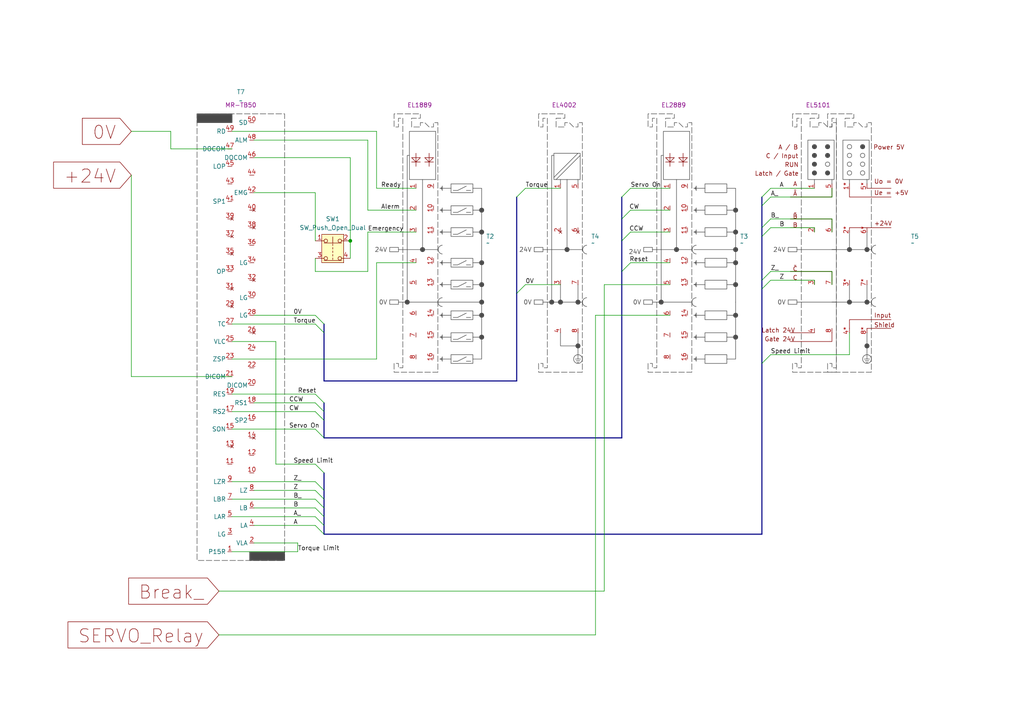
<source format=kicad_sch>
(kicad_sch (version 20231120) (generator "eeschema") (generator_version "8.0")
  (paper "A4")
  (title_block (title "Cabling Direction for EtherCAT terminals and MELSERVO") (date "2024-05-29") (rev "v1.1.1") (company "Hiroaki Kawase") (comment 1 "v0.0._ is updated when I save this PDF.") (comment 2 "v0._.0 is updated when I show this PDF to someone.") (comment 3 "v_.0.0 is updated when I make circuits with this PDF."))
  (lib_symbols
    (symbol "EtherCAT_Terminal:EL1889" (in_bom no) (on_board no)
      (property "Reference" "T" (at 0 0 0))
      (property "Description" "EL1889" (at 0 -78.74 0))
      (symbol "EL1889_1_1"
        (rectangle (start -8.89 -56.515) (end -6.35 -57.785) (stroke (width 0) (color 72 72 72 1)))
        (rectangle (start -8.89 -41.275) (end -6.35 -42.545) (stroke (width 0) (color 72 72 72 1)))
        (circle (center -3.81 -57.15) (radius 0.635) (stroke (width 0) (color 72 72 72 1)) (fill (type outline)))
        (rectangle (start -3.175 -7.62) (end 4.445 -21.59) (stroke (width 0) (color 72 72 72 1)))
        (polyline (pts (xy -2.54 -16.51) (xy 0 -16.51)))
        (polyline (pts (xy 0.635 -21.59) (xy 0.635 -41.91)) (stroke (width 0) (color 72 72 72 1)))
        (polyline (pts (xy 1.27 -16.51) (xy 3.81 -16.51)))
        (polyline (pts (xy 5.08 -57.15) (xy -6.35 -57.15)) (stroke (width 0) (color 72 72 72 1)))
        (polyline (pts (xy 5.08 -41.91) (xy -6.35 -41.91)) (stroke (width 0) (color 72 72 72 1)))
        (polyline (pts (xy 6.35 -73.025) (xy 6.35 -74.295)) (stroke (width 0) (color 72 72 72 1)))
        (polyline (pts (xy 6.35 -66.675) (xy 6.35 -67.945)) (stroke (width 0) (color 72 72 72 1)))
        (polyline (pts (xy 6.35 -60.325) (xy 6.35 -61.595)) (stroke (width 0) (color 72 72 72 1)))
        (polyline (pts (xy 6.35 -51.435) (xy 6.35 -52.705)) (stroke (width 0) (color 72 72 72 1)))
        (polyline (pts (xy 6.35 -45.085) (xy 6.35 -46.355)) (stroke (width 0) (color 72 72 72 1)))
        (polyline (pts (xy 6.35 -36.195) (xy 6.35 -37.465)) (stroke (width 0) (color 72 72 72 1)))
        (polyline (pts (xy 6.35 -29.845) (xy 6.35 -31.115)) (stroke (width 0) (color 72 72 72 1)))
        (polyline (pts (xy 6.35 -23.495) (xy 6.35 -24.765)) (stroke (width 0) (color 72 72 72 1)))
        (polyline (pts (xy 8.89 -73.66) (xy 5.715 -73.66)) (stroke (width 0) (color 72 72 72 1)))
        (polyline (pts (xy 8.89 -67.31) (xy 5.715 -67.31)) (stroke (width 0) (color 72 72 72 1)))
        (polyline (pts (xy 8.89 -60.96) (xy 5.715 -60.96)) (stroke (width 0) (color 72 72 72 1)))
        (polyline (pts (xy 8.89 -52.07) (xy 5.715 -52.07)) (stroke (width 0) (color 72 72 72 1)))
        (polyline (pts (xy 8.89 -45.72) (xy 5.715 -45.72)) (stroke (width 0) (color 72 72 72 1)))
        (polyline (pts (xy 8.89 -36.83) (xy 5.715 -36.83)) (stroke (width 0) (color 72 72 72 1)))
        (polyline (pts (xy 8.89 -30.48) (xy 5.715 -30.48)) (stroke (width 0) (color 72 72 72 1)))
        (polyline (pts (xy 8.89 -24.13) (xy 5.715 -24.13)) (stroke (width 0) (color 72 72 72 1)))
        (polyline (pts (xy 13.335 -74.295) (xy 14.605 -74.295)) (stroke (width 0) (color 72 72 72 1)))
        (polyline (pts (xy 13.335 -67.945) (xy 14.605 -67.945)) (stroke (width 0) (color 72 72 72 1)))
        (polyline (pts (xy 13.335 -61.595) (xy 14.605 -61.595)) (stroke (width 0) (color 72 72 72 1)))
        (polyline (pts (xy 13.335 -52.705) (xy 14.605 -52.705)) (stroke (width 0) (color 72 72 72 1)))
        (polyline (pts (xy 13.335 -46.355) (xy 14.605 -46.355)) (stroke (width 0) (color 72 72 72 1)))
        (polyline (pts (xy 13.335 -37.465) (xy 14.605 -37.465)) (stroke (width 0) (color 72 72 72 1)))
        (polyline (pts (xy 13.335 -31.115) (xy 14.605 -31.115)) (stroke (width 0) (color 72 72 72 1)))
        (polyline (pts (xy 13.335 -24.765) (xy 14.605 -24.765)) (stroke (width 0) (color 72 72 72 1)))
        (polyline (pts (xy 15.24 -67.31) (xy 17.78 -67.31)) (stroke (width 0) (color 72 72 72 1)))
        (polyline (pts (xy 15.24 -60.96) (xy 17.78 -60.96)) (stroke (width 0) (color 72 72 72 1)))
        (polyline (pts (xy 15.24 -52.07) (xy 17.78 -52.07)) (stroke (width 0) (color 72 72 72 1)))
        (polyline (pts (xy 15.24 -45.72) (xy 17.78 -45.72)) (stroke (width 0) (color 72 72 72 1)))
        (polyline (pts (xy 15.24 -36.83) (xy 17.78 -36.83)) (stroke (width 0) (color 72 72 72 1)))
        (polyline (pts (xy 15.24 -30.48) (xy 17.78 -30.48)) (stroke (width 0) (color 72 72 72 1)))
        (polyline (pts (xy -3.81 -57.15) (xy -3.81 -14.605) (xy -3.175 -14.605)) (stroke (width 0) (color 72 72 72 1)))
        (polyline (pts (xy 9.525 -74.295) (xy 10.795 -74.295) (xy 13.335 -73.025)) (stroke (width 0) (color 72 72 72 1)))
        (polyline (pts (xy 9.525 -67.945) (xy 10.795 -67.945) (xy 13.335 -66.675)) (stroke (width 0) (color 72 72 72 1)))
        (polyline (pts (xy 9.525 -61.595) (xy 10.795 -61.595) (xy 13.335 -60.325)) (stroke (width 0) (color 72 72 72 1)))
        (polyline (pts (xy 9.525 -52.705) (xy 10.795 -52.705) (xy 13.335 -51.435)) (stroke (width 0) (color 72 72 72 1)))
        (polyline (pts (xy 9.525 -46.355) (xy 10.795 -46.355) (xy 13.335 -45.085)) (stroke (width 0) (color 72 72 72 1)))
        (polyline (pts (xy 9.525 -37.465) (xy 10.795 -37.465) (xy 13.335 -36.195)) (stroke (width 0) (color 72 72 72 1)))
        (polyline (pts (xy 9.525 -31.115) (xy 10.795 -31.115) (xy 13.335 -29.845)) (stroke (width 0) (color 72 72 72 1)))
        (polyline (pts (xy 9.525 -24.765) (xy 10.795 -24.765) (xy 13.335 -23.495)) (stroke (width 0) (color 72 72 72 1)))
        (polyline (pts (xy 5.08 -57.15) (xy 17.78 -57.15) (xy 17.78 -73.66) (xy 15.24 -73.66)) (stroke (width 0) (color 72 72 72 1)))
        (polyline (pts (xy 15.24 -24.13) (xy 17.78 -24.13) (xy 17.78 -55.88) (xy 17.78 -57.15)) (stroke (width 0) (color 72 72 72 1)))
        (polyline (pts (xy -1.27 -13.97) (xy -1.27 -16.51) (xy -2.54 -15.24) (xy 0 -15.24) (xy -1.27 -16.51) (xy -1.27 -17.78)))
        (polyline (pts (xy 2.54 -13.97) (xy 2.54 -16.51) (xy 1.27 -15.24) (xy 3.81 -15.24) (xy 2.54 -16.51) (xy 2.54 -17.78)))
        (polyline (pts (xy -5.08 -22.86) (xy -5.08 -76.2) (xy -6.35 -76.2) (xy -6.35 -74.93) (xy -7.62 -74.93) (xy -7.62 -77.47) (xy 5.08 -77.47) (xy 5.08 -22.86) (xy 5.08 -5.08) (xy 3.81 -5.08) (xy 3.81 -6.35) (xy 2.54 -6.35) (xy 1.27 -5.08) (xy 0 -5.08) (xy 0 -6.35) (xy -2.54 -6.35) (xy -2.54 -3.81) (xy 0 -3.81) (xy 0 -2.54) (xy -6.35 -2.54) (xy -7.62 -2.54) (xy -7.62 -6.35) (xy -6.35 -6.35) (xy -6.35 -3.81) (xy -5.08 -3.81) (xy -5.08 -22.86)) (stroke (width 0) (type dash) (color 72 72 72 1)))
        (circle (center 0.635 -41.91) (radius 0.635) (stroke (width 0) (color 72 72 72 1)) (fill (type outline)))
        (arc (start 5.715 -73.66) (mid 6.164 -73.474) (end 6.35 -73.025) (stroke (width 0) (color 72 72 72 1)))
        (arc (start 5.715 -67.31) (mid 6.164 -67.124) (end 6.35 -66.675) (stroke (width 0) (color 72 72 72 1)))
        (arc (start 5.715 -60.96) (mid 6.164 -60.774) (end 6.35 -60.325) (stroke (width 0) (color 72 72 72 1)))
        (arc (start 5.715 -52.07) (mid 6.164 -51.884) (end 6.35 -51.435) (stroke (width 0) (color 72 72 72 1)))
        (arc (start 5.715 -45.72) (mid 6.164 -45.534) (end 6.35 -45.085) (stroke (width 0) (color 72 72 72 1)))
        (arc (start 5.715 -36.83) (mid 6.164 -36.644) (end 6.35 -36.195) (stroke (width 0) (color 72 72 72 1)))
        (arc (start 5.715 -30.48) (mid 6.164 -30.294) (end 6.35 -29.845) (stroke (width 0) (color 72 72 72 1)))
        (arc (start 5.715 -24.13) (mid 6.164 -23.944) (end 6.35 -23.495) (stroke (width 0) (color 72 72 72 1)))
        (arc (start 6.35 -74.295) (mid 6.1698 -73.8402) (end 5.715 -73.66) (stroke (width 0) (color 72 72 72 1)))
        (arc (start 6.35 -67.945) (mid 6.1698 -67.4902) (end 5.715 -67.31) (stroke (width 0) (color 72 72 72 1)))
        (arc (start 6.35 -61.595) (mid 6.1698 -61.1402) (end 5.715 -60.96) (stroke (width 0) (color 72 72 72 1)))
        (arc (start 6.35 -55.88) (mid 5.1073 -57.15) (end 6.35 -58.42) (stroke (width 0) (color 72 72 72 1)))
        (arc (start 6.35 -52.705) (mid 6.1698 -52.2502) (end 5.715 -52.07) (stroke (width 0) (color 72 72 72 1)))
        (arc (start 6.35 -46.355) (mid 6.1698 -45.9002) (end 5.715 -45.72) (stroke (width 0) (color 72 72 72 1)))
        (arc (start 6.35 -40.64) (mid 5.1825 -41.91) (end 6.35 -43.18) (stroke (width 0) (color 72 72 72 1)))
        (arc (start 6.35 -37.465) (mid 6.1698 -37.0102) (end 5.715 -36.83) (stroke (width 0) (color 72 72 72 1)))
        (arc (start 6.35 -31.115) (mid 6.1698 -30.6602) (end 5.715 -30.48) (stroke (width 0) (color 72 72 72 1)))
        (arc (start 6.35 -24.765) (mid 6.1698 -24.3102) (end 5.715 -24.13) (stroke (width 0) (color 72 72 72 1)))
        (rectangle (start 8.89 -72.39) (end 15.24 -74.93) (stroke (width 0) (color 72 72 72 1)))
        (rectangle (start 8.89 -66.04) (end 15.24 -68.58) (stroke (width 0) (color 72 72 72 1)))
        (rectangle (start 8.89 -59.69) (end 15.24 -62.23) (stroke (width 0) (color 72 72 72 1)))
        (rectangle (start 8.89 -50.8) (end 15.24 -53.34) (stroke (width 0) (color 72 72 72 1)))
        (rectangle (start 8.89 -44.45) (end 15.24 -46.99) (stroke (width 0) (color 72 72 72 1)))
        (rectangle (start 8.89 -35.56) (end 15.24 -38.1) (stroke (width 0) (color 72 72 72 1)))
        (rectangle (start 8.89 -29.21) (end 15.24 -31.75) (stroke (width 0) (color 72 72 72 1)))
        (rectangle (start 8.89 -22.86) (end 15.24 -25.4) (stroke (width 0) (color 72 72 72 1)))
        (circle (center 17.78 -67.31) (radius 0.635) (stroke (width 0) (color 72 72 72 1)) (fill (type outline)))
        (circle (center 17.78 -60.96) (radius 0.635) (stroke (width 0) (color 72 72 72 1)) (fill (type outline)))
        (circle (center 17.78 -57.15) (radius 0.635) (stroke (width 0) (color 72 72 72 1)) (fill (type outline)))
        (circle (center 17.78 -52.07) (radius 0.635) (stroke (width 0) (color 72 72 72 1)) (fill (type outline)))
        (circle (center 17.78 -45.72) (radius 0.635) (stroke (width 0) (color 72 72 72 1)) (fill (type outline)))
        (circle (center 17.78 -36.83) (radius 0.635) (stroke (width 0) (color 72 72 72 1)) (fill (type outline)))
        (circle (center 17.78 -30.48) (radius 0.635) (stroke (width 0) (color 72 72 72 1)) (fill (type outline)))
        (text "0V" (at -10.795 -57.15 0) (effects (font (size 1.27 1.27))))
        (text "24V" (at -11.43 -41.91 0) (effects (font (size 1.27 1.27))))
        (pin input line (at -1.27 -24.13 90) (length 1.27) (name "") (number "1"))
        (pin input line (at 3.81 -30.48 90) (length 1.27) (name "") (number "10"))
        (pin input line (at 3.81 -36.83 90) (length 1.27) (name "") (number "11"))
        (pin input line (at 3.81 -45.72 90) (length 1.27) (name "") (number "12"))
        (pin input line (at 3.81 -52.07 90) (length 1.27) (name "") (number "13"))
        (pin input line (at 3.81 -60.96 90) (length 1.27) (name "") (number "14"))
        (pin input line (at 3.81 -67.31 90) (length 1.27) (name "") (number "15"))
        (pin input line (at 3.81 -73.66 90) (length 1.27) (name "") (number "16"))
        (pin input line (at -1.27 -30.48 90) (length 1.27) (name "") (number "2"))
        (pin input line (at -1.27 -36.83 90) (length 1.27) (name "") (number "3"))
        (pin input line (at -1.27 -45.72 90) (length 1.27) (name "") (number "4"))
        (pin input line (at -1.27 -52.07 90) (length 1.27) (name "") (number "5"))
        (pin input line (at -1.27 -60.96 90) (length 1.27) (name "") (number "6"))
        (pin input line (at -1.27 -67.31 90) (length 1.27) (name "") (number "7"))
        (pin input line (at -1.27 -73.66 90) (length 1.27) (name "") (number "8"))
        (pin input line (at 3.81 -24.13 90) (length 1.27) (name "") (number "9"))
      )
    )
    (symbol "EtherCAT_Terminal:EL2889"
      (property "Reference" "T" (at 0 0 0))
      (property "Description" "EL2889" (at 0 -79.375 0))
      (symbol "EL2889_1_1"
        (rectangle (start -8.89 -56.515) (end -6.35 -57.785) (stroke (width 0) (color 72 72 72 1)))
        (rectangle (start -8.89 -41.275) (end -6.35 -42.545) (stroke (width 0) (color 72 72 72 1)))
        (circle (center -3.81 -57.15) (radius 0.635) (stroke (width 0) (color 72 72 72 1)) (fill (type outline)))
        (rectangle (start -3.175 -7.62) (end 4.445 -21.59) (stroke (width 0) (color 72 72 72 1)))
        (polyline (pts (xy -2.54 -16.51) (xy 0 -16.51)))
        (polyline (pts (xy 0.635 -21.59) (xy 0.635 -41.91)) (stroke (width 0) (color 72 72 72 1)))
        (polyline (pts (xy 1.27 -16.51) (xy 3.81 -16.51)))
        (polyline (pts (xy 5.08 -57.15) (xy -6.35 -57.15)) (stroke (width 0) (color 72 72 72 1)))
        (polyline (pts (xy 5.08 -41.91) (xy -6.35 -41.91)) (stroke (width 0) (color 72 72 72 1)))
        (polyline (pts (xy 5.715 -41.91) (xy 17.78 -41.91)) (stroke (width 0) (color 72 72 72 1)))
        (polyline (pts (xy 6.35 -73.025) (xy 6.35 -74.295)) (stroke (width 0) (color 72 72 72 1)))
        (polyline (pts (xy 6.35 -66.675) (xy 6.35 -67.945)) (stroke (width 0) (color 72 72 72 1)))
        (polyline (pts (xy 6.35 -60.325) (xy 6.35 -61.595)) (stroke (width 0) (color 72 72 72 1)))
        (polyline (pts (xy 6.35 -51.435) (xy 6.35 -52.705)) (stroke (width 0) (color 72 72 72 1)))
        (polyline (pts (xy 6.35 -45.085) (xy 6.35 -46.355)) (stroke (width 0) (color 72 72 72 1)))
        (polyline (pts (xy 6.35 -36.195) (xy 6.35 -37.465)) (stroke (width 0) (color 72 72 72 1)))
        (polyline (pts (xy 6.35 -29.845) (xy 6.35 -31.115)) (stroke (width 0) (color 72 72 72 1)))
        (polyline (pts (xy 6.35 -23.495) (xy 6.35 -24.765)) (stroke (width 0) (color 72 72 72 1)))
        (polyline (pts (xy 8.89 -73.66) (xy 5.715 -73.66)) (stroke (width 0) (color 72 72 72 1)))
        (polyline (pts (xy 8.89 -67.31) (xy 5.715 -67.31)) (stroke (width 0) (color 72 72 72 1)))
        (polyline (pts (xy 8.89 -60.96) (xy 5.715 -60.96)) (stroke (width 0) (color 72 72 72 1)))
        (polyline (pts (xy 8.89 -52.07) (xy 5.715 -52.07)) (stroke (width 0) (color 72 72 72 1)))
        (polyline (pts (xy 8.89 -45.72) (xy 5.715 -45.72)) (stroke (width 0) (color 72 72 72 1)))
        (polyline (pts (xy 8.89 -36.83) (xy 5.715 -36.83)) (stroke (width 0) (color 72 72 72 1)))
        (polyline (pts (xy 8.89 -30.48) (xy 5.715 -30.48)) (stroke (width 0) (color 72 72 72 1)))
        (polyline (pts (xy 8.89 -24.13) (xy 5.715 -24.13)) (stroke (width 0) (color 72 72 72 1)))
        (polyline (pts (xy 15.24 -67.31) (xy 17.78 -67.31)) (stroke (width 0) (color 72 72 72 1)))
        (polyline (pts (xy 15.24 -60.96) (xy 17.78 -60.96)) (stroke (width 0) (color 72 72 72 1)))
        (polyline (pts (xy 15.24 -52.07) (xy 17.78 -52.07)) (stroke (width 0) (color 72 72 72 1)))
        (polyline (pts (xy 15.24 -45.72) (xy 17.78 -45.72)) (stroke (width 0) (color 72 72 72 1)))
        (polyline (pts (xy 15.24 -36.83) (xy 17.78 -36.83)) (stroke (width 0) (color 72 72 72 1)))
        (polyline (pts (xy 15.24 -30.48) (xy 17.78 -30.48)) (stroke (width 0) (color 72 72 72 1)))
        (polyline (pts (xy -3.81 -57.15) (xy -3.81 -14.605) (xy -3.175 -14.605)) (stroke (width 0) (color 72 72 72 1)))
        (polyline (pts (xy 15.24 -24.13) (xy 17.78 -24.13) (xy 17.78 -55.88) (xy 17.78 -57.15)) (stroke (width 0) (color 72 72 72 1)))
        (polyline (pts (xy 17.78 -57.15) (xy 17.78 -57.15) (xy 17.78 -73.66) (xy 15.24 -73.66)) (stroke (width 0) (color 72 72 72 1)))
        (polyline (pts (xy -1.27 -13.97) (xy -1.27 -16.51) (xy -2.54 -15.24) (xy 0 -15.24) (xy -1.27 -16.51) (xy -1.27 -17.78)))
        (polyline (pts (xy 2.54 -13.97) (xy 2.54 -16.51) (xy 1.27 -15.24) (xy 3.81 -15.24) (xy 2.54 -16.51) (xy 2.54 -17.78)))
        (polyline (pts (xy -5.08 -22.86) (xy -5.08 -76.2) (xy -6.35 -76.2) (xy -6.35 -74.93) (xy -7.62 -74.93) (xy -7.62 -77.47) (xy 5.08 -77.47) (xy 5.08 -22.86) (xy 5.08 -5.08) (xy 3.81 -5.08) (xy 3.81 -6.35) (xy 2.54 -6.35) (xy 1.27 -5.08) (xy 0 -5.08) (xy 0 -6.35) (xy -2.54 -6.35) (xy -2.54 -3.81) (xy 0 -3.81) (xy 0 -2.54) (xy -6.35 -2.54) (xy -7.62 -2.54) (xy -7.62 -6.35) (xy -6.35 -6.35) (xy -6.35 -3.81) (xy -5.08 -3.81) (xy -5.08 -22.86)) (stroke (width 0) (type dash) (color 72 72 72 1)))
        (circle (center 0.635 -41.91) (radius 0.635) (stroke (width 0) (color 72 72 72 1)) (fill (type outline)))
        (arc (start 5.715 -73.66) (mid 6.164 -73.474) (end 6.35 -73.025) (stroke (width 0) (color 72 72 72 1)))
        (arc (start 5.715 -67.31) (mid 6.164 -67.124) (end 6.35 -66.675) (stroke (width 0) (color 72 72 72 1)))
        (arc (start 5.715 -60.96) (mid 6.164 -60.774) (end 6.35 -60.325) (stroke (width 0) (color 72 72 72 1)))
        (arc (start 5.715 -52.07) (mid 6.164 -51.884) (end 6.35 -51.435) (stroke (width 0) (color 72 72 72 1)))
        (arc (start 5.715 -45.72) (mid 6.164 -45.534) (end 6.35 -45.085) (stroke (width 0) (color 72 72 72 1)))
        (arc (start 5.715 -36.83) (mid 6.164 -36.644) (end 6.35 -36.195) (stroke (width 0) (color 72 72 72 1)))
        (arc (start 5.715 -30.48) (mid 6.164 -30.294) (end 6.35 -29.845) (stroke (width 0) (color 72 72 72 1)))
        (arc (start 5.715 -24.13) (mid 6.164 -23.944) (end 6.35 -23.495) (stroke (width 0) (color 72 72 72 1)))
        (arc (start 6.35 -74.295) (mid 6.1698 -73.8402) (end 5.715 -73.66) (stroke (width 0) (color 72 72 72 1)))
        (arc (start 6.35 -67.945) (mid 6.1698 -67.4902) (end 5.715 -67.31) (stroke (width 0) (color 72 72 72 1)))
        (arc (start 6.35 -61.595) (mid 6.1698 -61.1402) (end 5.715 -60.96) (stroke (width 0) (color 72 72 72 1)))
        (arc (start 6.35 -55.88) (mid 5.1073 -57.15) (end 6.35 -58.42) (stroke (width 0) (color 72 72 72 1)))
        (arc (start 6.35 -52.705) (mid 6.1698 -52.2502) (end 5.715 -52.07) (stroke (width 0) (color 72 72 72 1)))
        (arc (start 6.35 -46.355) (mid 6.1698 -45.9002) (end 5.715 -45.72) (stroke (width 0) (color 72 72 72 1)))
        (arc (start 6.35 -40.64) (mid 5.1825 -41.91) (end 6.35 -43.18) (stroke (width 0) (color 72 72 72 1)))
        (arc (start 6.35 -37.465) (mid 6.1698 -37.0102) (end 5.715 -36.83) (stroke (width 0) (color 72 72 72 1)))
        (arc (start 6.35 -31.115) (mid 6.1698 -30.6602) (end 5.715 -30.48) (stroke (width 0) (color 72 72 72 1)))
        (arc (start 6.35 -24.765) (mid 6.1698 -24.3102) (end 5.715 -24.13) (stroke (width 0) (color 72 72 72 1)))
        (rectangle (start 8.89 -72.39) (end 15.24 -74.93) (stroke (width 0) (color 72 72 72 1)))
        (rectangle (start 8.89 -66.04) (end 15.24 -68.58) (stroke (width 0) (color 72 72 72 1)))
        (rectangle (start 8.89 -59.69) (end 15.24 -62.23) (stroke (width 0) (color 72 72 72 1)))
        (rectangle (start 8.89 -50.8) (end 15.24 -53.34) (stroke (width 0) (color 72 72 72 1)))
        (rectangle (start 8.89 -44.45) (end 15.24 -46.99) (stroke (width 0) (color 72 72 72 1)))
        (rectangle (start 8.89 -35.56) (end 15.24 -38.1) (stroke (width 0) (color 72 72 72 1)))
        (rectangle (start 8.89 -29.21) (end 15.24 -31.75) (stroke (width 0) (color 72 72 72 1)))
        (rectangle (start 8.89 -22.86) (end 15.24 -25.4) (stroke (width 0) (color 72 72 72 1)))
        (circle (center 17.78 -67.31) (radius 0.635) (stroke (width 0) (color 72 72 72 1)) (fill (type outline)))
        (circle (center 17.78 -60.96) (radius 0.635) (stroke (width 0) (color 72 72 72 1)) (fill (type outline)))
        (circle (center 17.78 -52.07) (radius 0.635) (stroke (width 0) (color 72 72 72 1)) (fill (type outline)))
        (circle (center 17.78 -45.72) (radius 0.635) (stroke (width 0) (color 72 72 72 1)) (fill (type outline)))
        (circle (center 17.78 -41.91) (radius 0.635) (stroke (width 0) (color 72 72 72 1)) (fill (type outline)))
        (circle (center 17.78 -36.83) (radius 0.635) (stroke (width 0) (color 72 72 72 1)) (fill (type outline)))
        (circle (center 17.78 -30.48) (radius 0.635) (stroke (width 0) (color 72 72 72 1)) (fill (type outline)))
        (text "0V" (at -10.795 -57.15 0) (effects (font (size 1.27 1.27))))
        (text "24V" (at -11.43 -42.545 0) (effects (font (size 1.27 1.27))))
        (pin output line (at -1.27 -24.13 90) (length 1.27) (name "") (number "1"))
        (pin output line (at 3.81 -30.48 90) (length 1.27) (name "") (number "10"))
        (pin output line (at 3.81 -36.83 90) (length 1.27) (name "") (number "11"))
        (pin output line (at 3.81 -45.72 90) (length 1.27) (name "") (number "12"))
        (pin output line (at 3.81 -52.07 90) (length 1.27) (name "") (number "13"))
        (pin output line (at 3.81 -60.96 90) (length 1.27) (name "") (number "14"))
        (pin output line (at 3.81 -67.31 90) (length 1.27) (name "") (number "15"))
        (pin output line (at 3.81 -73.66 90) (length 1.27) (name "") (number "16"))
        (pin output line (at -1.27 -30.48 90) (length 1.27) (name "") (number "2"))
        (pin output line (at -1.27 -36.83 90) (length 1.27) (name "") (number "3"))
        (pin output line (at -1.27 -45.72 90) (length 1.27) (name "") (number "4"))
        (pin output line (at -1.27 -52.07 90) (length 1.27) (name "") (number "5"))
        (pin output line (at -1.27 -60.96 90) (length 1.27) (name "") (number "6"))
        (pin output line (at -1.27 -67.31 90) (length 1.27) (name "") (number "7"))
        (pin output line (at -1.27 -73.66 90) (length 1.27) (name "") (number "8"))
        (pin output line (at 3.81 -24.13 90) (length 1.27) (name "") (number "9"))
      )
    )
    (symbol "EtherCAT_Terminal:EL4002" (on_board no)
      (property "Reference" "T" (at 0 0 0))
      (property "Description" "EL4002" (at 0 -77.47 0))
      (symbol "EL4002_0_1"
        (polyline (pts (xy 3.81 -64.77) (xy 3.81 -64.77)))
      )
      (symbol "EL4002_1_1"
        (rectangle (start -8.89 -55.245) (end -6.35 -56.515) (stroke (width 0) (color 72 72 72 1)))
        (rectangle (start -8.89 -40.005) (end -6.35 -41.275) (stroke (width 0) (color 72 72 72 1)))
        (circle (center -3.81 -55.88) (radius 0.635) (stroke (width 0) (color 72 72 72 1)) (fill (type outline)))
        (rectangle (start -3.175 -12.7) (end 4.445 -20.32) (stroke (width 0) (color 72 72 72 1)))
        (circle (center -1.27 -55.88) (radius 0.635) (stroke (width 0) (color 72 72 72 1)) (fill (type outline)))
        (polyline (pts (xy -3.175 -19.685) (xy 3.81 -12.7)) (stroke (width 0) (color 72 72 72 1)))
        (polyline (pts (xy -2.54 -20.32) (xy 4.445 -13.335)) (stroke (width 0) (color 72 72 72 1)))
        (polyline (pts (xy -1.27 -50.8) (xy -1.27 -55.88)) (stroke (width 0) (color 72 72 72 1)))
        (polyline (pts (xy -1.27 -20.32) (xy -1.27 -21.59)) (stroke (width 0) (color 72 72 72 1)))
        (polyline (pts (xy 0.635 -20.32) (xy 0.635 -40.64)) (stroke (width 0) (color 72 72 72 1)))
        (polyline (pts (xy 3.048 -72.39) (xy 4.572 -72.39)) (stroke (width 0) (color 72 72 72 1)))
        (polyline (pts (xy 3.556 -73.406) (xy 4.064 -73.406)) (stroke (width 0) (color 72 72 72 1)))
        (polyline (pts (xy 3.81 -71.12) (xy 3.81 -72.39)) (stroke (width 0) (color 72 72 72 1)))
        (polyline (pts (xy 3.81 -71.12) (xy 3.81 -64.77)) (stroke (width 0) (color 72 72 72 1)))
        (polyline (pts (xy 3.81 -50.8) (xy 3.81 -55.88)) (stroke (width 0) (color 72 72 72 1)))
        (polyline (pts (xy 3.81 -20.32) (xy 3.81 -21.59)) (stroke (width 0) (color 72 72 72 1)))
        (polyline (pts (xy 3.81 -20.32) (xy 3.81 -20.32)))
        (polyline (pts (xy 4.318 -72.898) (xy 3.302 -72.898)) (stroke (width 0) (color 72 72 72 1)))
        (polyline (pts (xy 5.08 -55.88) (xy -6.35 -55.88)) (stroke (width 0) (color 72 72 72 1)))
        (polyline (pts (xy 5.08 -40.64) (xy -6.35 -40.64)) (stroke (width 0) (color 72 72 72 1)))
        (polyline (pts (xy -3.81 -55.88) (xy -3.81 -13.335) (xy -3.175 -13.335)) (stroke (width 0) (color 72 72 72 1)))
        (polyline (pts (xy -1.27 -64.77) (xy -1.27 -68.58) (xy 3.81 -68.58)) (stroke (width 0) (color 72 72 72 1)))
        (polyline (pts (xy -5.08 -21.59) (xy -5.08 -74.93) (xy -6.35 -74.93) (xy -6.35 -73.66) (xy -7.62 -73.66) (xy -7.62 -76.2) (xy 5.08 -76.2) (xy 5.08 -21.59) (xy 5.08 -3.81) (xy 3.81 -3.81) (xy 3.81 -5.08) (xy 2.54 -5.08) (xy 1.27 -3.81) (xy 0 -3.81) (xy 0 -5.08) (xy -2.54 -5.08) (xy -2.54 -2.54) (xy 0 -2.54) (xy 0 -1.27) (xy -6.35 -1.27) (xy -7.62 -1.27) (xy -7.62 -5.08) (xy -6.35 -5.08) (xy -6.35 -2.54) (xy -5.08 -2.54) (xy -5.08 -21.59)) (stroke (width 0) (type dash) (color 72 72 72 1)))
        (circle (center 0.635 -40.64) (radius 0.635) (stroke (width 0) (color 72 72 72 1)) (fill (type outline)))
        (circle (center 3.81 -72.39) (radius 1.27) (stroke (width 0) (color 72 72 72 1)))
        (circle (center 3.81 -68.58) (radius 0.635) (stroke (width 0) (color 72 72 72 1)) (fill (type outline)))
        (circle (center 3.81 -55.88) (radius 0.635) (stroke (width 0) (color 72 72 72 1)) (fill (type outline)))
        (arc (start 6.35 -54.61) (mid 5.1073 -55.88) (end 6.35 -57.15) (stroke (width 0) (color 72 72 72 1)))
        (arc (start 6.35 -39.37) (mid 5.1825 -40.64) (end 6.35 -41.91) (stroke (width 0) (color 72 72 72 1)))
        (text "0V" (at -10.795 -55.88 0) (effects (font (size 1.27 1.27))))
        (text "24V" (at -11.43 -40.64 0) (effects (font (size 1.27 1.27))))
        (pin output line (at -1.27 -22.86 90) (length 1.27) (name "") (number "1"))
        (pin no_connect line (at -1.27 -35.56 90) (length 1.27) (name "") (number "2"))
        (pin passive line (at -1.27 -50.8 90) (length 1.27) (name "") (number "3"))
        (pin passive line (at -1.27 -64.77 90) (length 1.27) (name "") (number "4"))
        (pin output line (at 3.81 -22.86 90) (length 1.27) (name "") (number "5"))
        (pin no_connect line (at 3.81 -35.56 90) (length 1.27) (name "") (number "6"))
        (pin passive line (at 3.81 -50.8 90) (length 1.27) (name "") (number "7"))
        (pin passive line (at 3.81 -64.77 90) (length 1.27) (name "") (number "8"))
      )
    )
    (symbol "EtherCAT_Terminal:EL5101" (on_board no)
      (property "Reference" "T" (at 0 0 0))
      (property "Description" "EL5101" (at 0 -78.74 0))
      (symbol "EL5101_0_1"
        (polyline (pts (xy 3.81 -66.04) (xy 3.81 -66.04)))
        (polyline (pts (xy 13.97 -66.04) (xy 13.97 -66.04)))
      )
      (symbol "EL5101_1_1"
        (rectangle (start -8.89 -56.515) (end -6.35 -57.785) (stroke (width 0) (color 72 72 72 1)))
        (rectangle (start -8.89 -41.275) (end -6.35 -42.545) (stroke (width 0) (color 72 72 72 1)))
        (rectangle (start -3.175 -10.16) (end 4.445 -21.59) (stroke (width 0) (color 72 72 72 1)))
        (circle (center -1.27 -19.685) (radius 0.635) (stroke (width 0) (color 72 72 72 1)) (fill (type outline)))
        (circle (center -1.27 -17.145) (radius 0.635) (stroke (width 0) (color 72 72 72 1)) (fill (type outline)))
        (circle (center -1.27 -14.605) (radius 0.635) (stroke (width 0) (color 72 72 72 1)) (fill (type outline)))
        (circle (center -1.27 -12.065) (radius 0.635) (stroke (width 0) (color 72 72 72 1)) (fill (type outline)))
        (polyline (pts (xy -7.112 -46.482) (xy -6.604 -46.482)))
        (polyline (pts (xy -7.112 -31.242) (xy -6.604 -31.242)))
        (polyline (pts (xy -7.112 -24.638) (xy -6.604 -24.638)))
        (polyline (pts (xy -1.27 -66.04) (xy -8.255 -66.04)))
        (polyline (pts (xy -1.27 -50.8) (xy -8.255 -50.8)))
        (polyline (pts (xy -1.27 -35.56) (xy -8.255 -35.56)))
        (polyline (pts (xy -1.27 -24.13) (xy -8.255 -24.13)))
        (polyline (pts (xy -1.27 -21.59) (xy -1.27 -22.86)) (stroke (width 0) (color 72 72 72 1)))
        (polyline (pts (xy 3.81 -21.59) (xy 3.81 -22.86)) (stroke (width 0) (color 72 72 72 1)))
        (polyline (pts (xy 3.81 -21.59) (xy 3.81 -21.59)))
        (polyline (pts (xy 5.08 -57.15) (xy -6.35 -57.15)) (stroke (width 0) (color 72 72 72 1)))
        (polyline (pts (xy 5.08 -41.91) (xy -6.35 -41.91)) (stroke (width 0) (color 72 72 72 1)))
        (polyline (pts (xy 8.89 -52.07) (xy 8.89 -57.15)) (stroke (width 0) (color 72 72 72 1)))
        (polyline (pts (xy 8.89 -36.83) (xy 8.89 -41.91)) (stroke (width 0) (color 72 72 72 1)))
        (polyline (pts (xy 8.89 -35.56) (xy 20.955 -35.56)))
        (polyline (pts (xy 8.89 -21.59) (xy 8.89 -22.86)) (stroke (width 0) (color 72 72 72 1)))
        (polyline (pts (xy 13.208 -73.66) (xy 14.732 -73.66)) (stroke (width 0) (color 72 72 72 1)))
        (polyline (pts (xy 13.716 -74.676) (xy 14.224 -74.676)) (stroke (width 0) (color 72 72 72 1)))
        (polyline (pts (xy 13.97 -72.39) (xy 13.97 -73.66)) (stroke (width 0) (color 72 72 72 1)))
        (polyline (pts (xy 13.97 -72.39) (xy 13.97 -66.04)) (stroke (width 0) (color 72 72 72 1)))
        (polyline (pts (xy 13.97 -64.77) (xy 20.955 -64.77)))
        (polyline (pts (xy 13.97 -52.07) (xy 13.97 -57.15)) (stroke (width 0) (color 72 72 72 1)))
        (polyline (pts (xy 13.97 -36.83) (xy 13.97 -41.91)) (stroke (width 0) (color 72 72 72 1)))
        (polyline (pts (xy 13.97 -24.13) (xy 20.955 -24.13)))
        (polyline (pts (xy 13.97 -21.59) (xy 13.97 -22.86)) (stroke (width 0) (color 72 72 72 1)))
        (polyline (pts (xy 13.97 -21.59) (xy 13.97 -21.59)))
        (polyline (pts (xy 14.478 -74.168) (xy 13.462 -74.168)) (stroke (width 0) (color 72 72 72 1)))
        (polyline (pts (xy 15.24 -57.15) (xy 3.81 -57.15)) (stroke (width 0) (color 72 72 72 1)))
        (polyline (pts (xy 15.24 -41.91) (xy 3.81 -41.91)) (stroke (width 0) (color 72 72 72 1)))
        (polyline (pts (xy 3.81 -66.04) (xy 3.81 -68.58) (xy -8.255 -68.58)))
        (polyline (pts (xy 3.81 -50.8) (xy 3.81 -48.26) (xy -8.255 -48.26)))
        (polyline (pts (xy 3.81 -35.56) (xy 3.81 -33.02) (xy -8.255 -33.02)))
        (polyline (pts (xy 3.81 -24.13) (xy 3.81 -26.67) (xy -8.255 -26.67)))
        (polyline (pts (xy 8.89 -64.77) (xy 8.89 -62.23) (xy 20.955 -62.23)))
        (polyline (pts (xy 8.89 -24.13) (xy 8.89 -26.67) (xy 20.955 -26.67)))
        (polyline (pts (xy -5.08 -22.86) (xy -5.08 -76.2) (xy -6.35 -76.2) (xy -6.35 -74.93) (xy -7.62 -74.93) (xy -7.62 -77.47) (xy 5.08 -77.47) (xy 5.08 -22.86) (xy 5.08 -5.08) (xy 3.81 -5.08) (xy 3.81 -6.35) (xy 2.54 -6.35) (xy 1.27 -5.08) (xy 0 -5.08) (xy 0 -6.35) (xy -2.54 -6.35) (xy -2.54 -3.81) (xy 0 -3.81) (xy 0 -2.54) (xy -6.35 -2.54) (xy -7.62 -2.54) (xy -7.62 -6.35) (xy -6.35 -6.35) (xy -6.35 -3.81) (xy -5.08 -3.81) (xy -5.08 -22.86)) (stroke (width 0) (type dash) (color 72 72 72 1)))
        (polyline (pts (xy 5.08 -22.86) (xy 5.08 -76.2) (xy 3.81 -76.2) (xy 3.81 -74.93) (xy 2.54 -74.93) (xy 2.54 -77.47) (xy 15.24 -77.47) (xy 15.24 -22.86) (xy 15.24 -5.08) (xy 13.97 -5.08) (xy 13.97 -6.35) (xy 12.7 -6.35) (xy 11.43 -5.08) (xy 10.16 -5.08) (xy 10.16 -6.35) (xy 7.62 -6.35) (xy 7.62 -3.81) (xy 10.16 -3.81) (xy 10.16 -2.54) (xy 3.81 -2.54) (xy 2.54 -2.54) (xy 2.54 -6.35) (xy 3.81 -6.35) (xy 3.81 -3.81) (xy 5.08 -3.81) (xy 5.08 -22.86)) (stroke (width 0) (type dash) (color 72 72 72 1)))
        (circle (center 2.54 -19.685) (radius 0.635) (stroke (width 0) (color 72 72 72 1)) (fill (type outline)))
        (circle (center 2.54 -17.145) (radius 0.635) (stroke (width 0) (color 72 72 72 1)))
        (circle (center 2.54 -14.605) (radius 0.635) (stroke (width 0) (color 72 72 72 1)) (fill (type outline)))
        (circle (center 2.54 -12.065) (radius 0.635) (stroke (width 0) (color 72 72 72 1)) (fill (type outline)))
        (rectangle (start 6.985 -10.16) (end 14.605 -21.59) (stroke (width 0) (color 72 72 72 1)))
        (circle (center 8.89 -57.15) (radius 0.635) (stroke (width 0) (color 72 72 72 1)) (fill (type outline)))
        (circle (center 8.89 -41.91) (radius 0.635) (stroke (width 0) (color 72 72 72 1)) (fill (type outline)))
        (circle (center 8.89 -19.685) (radius 0.635) (stroke (width 0) (color 72 72 72 1)))
        (circle (center 8.89 -17.145) (radius 0.635) (stroke (width 0) (color 72 72 72 1)))
        (circle (center 8.89 -14.605) (radius 0.635) (stroke (width 0) (color 72 72 72 1)))
        (circle (center 8.89 -12.065) (radius 0.635) (stroke (width 0) (color 72 72 72 1)))
        (circle (center 12.7 -19.685) (radius 0.635) (stroke (width 0) (color 72 72 72 1)))
        (circle (center 12.7 -17.145) (radius 0.635) (stroke (width 0) (color 72 72 72 1)))
        (circle (center 12.7 -14.605) (radius 0.635) (stroke (width 0) (color 72 72 72 1)))
        (circle (center 12.7 -12.065) (radius 0.635) (stroke (width 0) (color 72 72 72 1)) (fill (type outline)))
        (circle (center 13.97 -73.66) (radius 1.27) (stroke (width 0) (color 72 72 72 1)))
        (circle (center 13.97 -69.85) (radius 0.635) (stroke (width 0) (color 72 72 72 1)) (fill (type outline)))
        (circle (center 13.97 -57.15) (radius 0.635) (stroke (width 0) (color 72 72 72 1)) (fill (type outline)))
        (circle (center 13.97 -41.91) (radius 0.635) (stroke (width 0) (color 72 72 72 1)) (fill (type outline)))
        (arc (start 16.51 -55.88) (mid 15.2677 -57.15) (end 16.51 -58.42) (stroke (width 0) (color 72 72 72 1)))
        (arc (start 16.51 -40.64) (mid 15.3425 -41.91) (end 16.51 -43.18) (stroke (width 0) (color 72 72 72 1)))
        (text "+24V" (at 16.002 -35.052 0) (effects (font (size 1.27 1.27)) (justify left bottom)))
        (text "0V" (at -10.795 -57.15 0) (effects (font (size 1.27 1.27))))
        (text "24V" (at -11.43 -41.91 0) (effects (font (size 1.27 1.27))))
        (text "A" (at -6.858 -25.654 0) (effects (font (size 1.27 1.27))))
        (text "A" (at -6.858 -22.86 0) (effects (font (size 1.27 1.27))))
        (text "A / B" (at -8.89 -12.192 0) (effects (font (size 1.27 1.27))))
        (text "B" (at -6.858 -34.798 0) (effects (font (size 1.27 1.27))))
        (text "B" (at -6.858 -32.258 0) (effects (font (size 1.27 1.27))))
        (text "C" (at -6.858 -50.038 0) (effects (font (size 1.27 1.27))))
        (text "C" (at -6.858 -47.498 0) (effects (font (size 1.27 1.27))))
        (text "C / Input" (at -10.668 -14.732 0) (effects (font (size 1.27 1.27))))
        (text "Gate 24V" (at -6.858 -68.58 0) (effects (font (size 1.27 1.27)) (justify right bottom)))
        (text "Input" (at 16.002 -61.722 0) (effects (font (size 1.27 1.27)) (justify left bottom)))
        (text "Latch / Gate" (at -12.192 -19.812 0) (effects (font (size 1.27 1.27))))
        (text "Latch 24V" (at -6.858 -66.04 0) (effects (font (size 1.27 1.27)) (justify right bottom)))
        (text "Power 5V" (at 20.32 -12.192 0) (effects (font (size 1.27 1.27))))
        (text "RUN" (at -7.874 -17.272 0) (effects (font (size 1.27 1.27))))
        (text "Shield" (at 16.002 -64.516 0) (effects (font (size 1.27 1.27)) (justify left bottom)))
        (text "Ue = +5V" (at 16.002 -26.162 0) (effects (font (size 1.27 1.27)) (justify left bottom)))
        (text "Uo = 0V" (at 16.002 -22.86 0) (effects (font (size 1.27 1.27)) (justify left bottom)))
        (pin passive line (at -1.27 -24.13 90) (length 1.27) (name "") (number "1"))
        (pin power_out line (at 8.89 -24.13 90) (length 1.27) (name "") (number "1*"))
        (pin passive line (at -1.27 -36.83 90) (length 1.27) (name "") (number "2"))
        (pin power_out line (at 8.89 -36.83 90) (length 1.27) (name "") (number "2*"))
        (pin passive line (at -1.27 -52.07 90) (length 1.27) (name "") (number "3"))
        (pin passive line (at 8.89 -52.07 90) (length 1.27) (name "") (number "3*"))
        (pin input line (at -1.27 -66.04 90) (length 1.27) (name "") (number "4"))
        (pin input line (at 8.89 -66.04 90) (length 1.27) (name "") (number "4*"))
        (pin passive line (at 3.81 -24.13 90) (length 1.27) (name "") (number "5"))
        (pin passive line (at 13.97 -24.13 90) (length 1.27) (name "") (number "5*"))
        (pin passive line (at 3.81 -36.83 90) (length 1.27) (name "") (number "6"))
        (pin power_out line (at 13.97 -36.83 90) (length 1.27) (name "") (number "6*"))
        (pin passive line (at 3.81 -52.07 90) (length 1.27) (name "") (number "7"))
        (pin passive line (at 13.97 -52.07 90) (length 1.27) (name "") (number "7*"))
        (pin input line (at 3.81 -66.04 90) (length 1.27) (name "") (number "8"))
        (pin passive line (at 13.97 -66.04 90) (length 1.27) (name "") (number "8*"))
      )
    )
    (symbol "MELSERVO:MR-TB50"
      (property "Reference" "T" (at 0 0 0))
      (property "Description" "MR-TB50" (at 24.13 -128.27 0))
      (symbol "MR-TB50_1_1"
        (rectangle (start -12.7 0) (end -2.54 -2.54) (stroke (width 0) (color 72 72 72 1)) (fill (type color) (color 72 72 72 1)))
        (rectangle (start -12.7 0) (end 12.7 -129.54) (stroke (width 0) (type dash) (color 72 72 72 1)))
        (rectangle (start 2.54 -127) (end 12.7 -129.54) (stroke (width 0) (color 72 72 72 1)) (fill (type outline)))
        (pin power_out line (at -2.54 -127 180) (length 1.27) (name "P15R") (number "1"))
        (pin unspecified line (at 3.81 -104.14 180) (length 1.27) (name "") (number "10"))
        (pin unspecified line (at -2.54 -101.6 180) (length 1.27) (name "") (number "11"))
        (pin unspecified line (at 3.81 -99.06 180) (length 1.27) (name "") (number "12"))
        (pin no_connect line (at -2.54 -96.52 180) (length 1.27) (name "") (number "13"))
        (pin no_connect line (at 3.81 -93.98 180) (length 1.27) (name "") (number "14"))
        (pin input line (at -2.54 -91.44 180) (length 1.27) (name "SON") (number "15"))
        (pin input line (at 3.81 -88.9 180) (length 1.27) (name "SP2") (number "16"))
        (pin input line (at -2.54 -86.36 180) (length 1.27) (name "RS2") (number "17"))
        (pin input line (at 3.81 -83.82 180) (length 1.27) (name "RS1") (number "18"))
        (pin input line (at -2.54 -81.28 180) (length 1.27) (name "RES") (number "19"))
        (pin input line (at 3.81 -124.46 180) (length 1.27) (name "VLA") (number "2"))
        (pin power_in line (at 3.81 -78.74 180) (length 1.27) (name "DICOM") (number "20"))
        (pin power_in line (at -2.54 -76.2 180) (length 1.27) (name "DICOM") (number "21"))
        (pin unspecified line (at 3.81 -73.66 180) (length 1.27) (name "") (number "22"))
        (pin output line (at -2.54 -71.12 180) (length 1.27) (name "ZSP") (number "23"))
        (pin unspecified line (at 3.81 -68.58 180) (length 1.27) (name "") (number "24"))
        (pin output line (at -2.54 -66.04 180) (length 1.27) (name "VLC") (number "25"))
        (pin no_connect line (at 3.81 -63.5 180) (length 1.27) (name "") (number "26"))
        (pin input line (at -2.54 -60.96 180) (length 1.27) (name "TC") (number "27"))
        (pin input line (at 3.81 -58.42 180) (length 1.27) (name "LG") (number "28"))
        (pin no_connect line (at -2.54 -55.88 180) (length 1.27) (name "") (number "29"))
        (pin input line (at -2.54 -121.92 180) (length 1.27) (name "LG") (number "3"))
        (pin input line (at 3.81 -53.34 180) (length 1.27) (name "LG") (number "30"))
        (pin no_connect line (at -2.54 -50.8 180) (length 1.27) (name "") (number "31"))
        (pin no_connect line (at 3.81 -48.26 180) (length 1.27) (name "") (number "32"))
        (pin input line (at -2.54 -45.72 180) (length 1.27) (name "OP") (number "33"))
        (pin input line (at 3.81 -43.18 180) (length 1.27) (name "LG") (number "34"))
        (pin no_connect line (at -2.54 -40.64 180) (length 1.27) (name "") (number "35"))
        (pin unspecified line (at 3.81 -38.1 180) (length 1.27) (name "") (number "36"))
        (pin no_connect line (at -2.54 -35.56 180) (length 1.27) (name "") (number "37"))
        (pin no_connect line (at 3.81 -33.02 180) (length 1.27) (name "") (number "38"))
        (pin no_connect line (at -2.54 -30.48 180) (length 1.27) (name "") (number "39"))
        (pin output line (at 3.81 -119.38 180) (length 1.27) (name "LA") (number "4"))
        (pin no_connect line (at 3.81 -27.94 180) (length 1.27) (name "") (number "40"))
        (pin input line (at -2.54 -25.4 180) (length 1.27) (name "SP1") (number "41"))
        (pin input line (at 3.81 -22.86 180) (length 1.27) (name "EMG") (number "42"))
        (pin unspecified line (at -2.54 -20.32 180) (length 1.27) (name "") (number "43"))
        (pin unspecified line (at 3.81 -17.78 180) (length 1.27) (name "") (number "44"))
        (pin input line (at -2.54 -15.24 180) (length 1.27) (name "LOP") (number "45"))
        (pin power_in line (at 3.81 -12.7 180) (length 1.27) (name "DOCOM") (number "46"))
        (pin power_in line (at -2.54 -10.16 180) (length 1.27) (name "DOCOM") (number "47"))
        (pin output line (at 3.81 -7.62 180) (length 1.27) (name "ALM") (number "48"))
        (pin output line (at -2.54 -5.08 180) (length 1.27) (name "RD") (number "49"))
        (pin passive line (at -2.54 -116.84 180) (length 1.27) (name "LAR") (number "5"))
        (pin input line (at 3.81 -2.54 180) (length 1.27) (name "SD") (number "50"))
        (pin output line (at 3.81 -114.3 180) (length 1.27) (name "LB") (number "6"))
        (pin passive line (at -2.54 -111.76 180) (length 1.27) (name "LBR") (number "7"))
        (pin output line (at 3.81 -109.22 180) (length 1.27) (name "LZ") (number "8"))
        (pin passive line (at -2.54 -106.68 180) (length 1.27) (name "LZR") (number "9"))
      )
    )
    (symbol "Switch:SW_Push_Open_Dual" (pin_names (offset 1.016) hide)
      (property "Reference" "SW" (at 0 3.81 0))
      (property "Value" "SW_Push_Open_Dual" (at 0 -7.62 0))
      (symbol "SW_Push_Open_Dual_0_1"
        (circle (center -2.032 -5.08) (radius 0.508))
        (circle (center -2.032 0) (radius 0.508))
        (polyline (pts (xy 0 -4.953) (xy 0 -5.461)))
        (polyline (pts (xy 0 -3.937) (xy 0 -4.445)))
        (polyline (pts (xy 0 -3.429) (xy 0 -2.921)))
        (polyline (pts (xy 0 -2.413) (xy 0 -1.905)))
        (polyline (pts (xy 0 -1.397) (xy 0 -0.889)))
        (polyline (pts (xy 0 -0.635) (xy 0 1.143)))
        (polyline (pts (xy 2.54 -5.715) (xy -2.54 -5.715)))
        (polyline (pts (xy 2.54 -0.635) (xy -2.54 -0.635)))
        (circle (center 2.032 -5.08) (radius 0.508))
        (circle (center 2.032 0) (radius 0.508))
        (pin passive line (at -5.08 0 0) (length 2.54) (name "1") (number "1"))
        (pin passive line (at 5.08 0 180) (length 2.54) (name "2") (number "2"))
        (pin passive line (at -5.08 -5.08 0) (length 2.54) (name "3") (number "3"))
        (pin passive line (at 5.08 -5.08 180) (length 2.54) (name "4") (number "4"))
      )
      (symbol "SW_Push_Open_Dual_1_1"
        (rectangle (start -3.175 1.905) (end 3.175 -6.35) (fill (type background)))
      )
    )
  )
  (junction (at 101.6 69.85))
  (bus_entry (at 220.98 105.41) (size 2.54 -2.54))
  (bus_entry (at 223.52 57.15) (size -2.54 2.54))
  (bus_entry (at 152.4 54.61) (size -2.54 2.54))
  (bus_entry (at 223.52 78.74) (size -2.54 2.54))
  (bus_entry (at 180.34 63.5) (size 2.54 -2.54))
  (bus_entry (at 180.34 78.74) (size 2.54 -2.54))
  (bus_entry (at 91.44 142.24) (size 2.54 2.54))
  (bus_entry (at 91.44 119.38) (size 2.54 2.54))
  (bus_entry (at 91.44 91.44) (size 2.54 2.54))
  (bus_entry (at 223.52 66.04) (size -2.54 2.54))
  (bus_entry (at 91.44 116.84) (size 2.54 2.54))
  (bus_entry (at 91.44 139.7) (size 2.54 2.54))
  (bus_entry (at 91.44 124.46) (size 2.54 2.54))
  (bus_entry (at 91.44 149.86) (size 2.54 2.54))
  (bus_entry (at 91.44 152.4) (size 2.54 2.54))
  (bus_entry (at 223.52 81.28) (size -2.54 2.54))
  (bus_entry (at 91.44 147.32) (size 2.54 2.54))
  (bus_entry (at 223.52 63.5) (size -2.54 2.54))
  (bus_entry (at 91.44 93.98) (size 2.54 2.54))
  (bus_entry (at 152.4 82.55) (size -2.54 2.54))
  (bus_entry (at 93.98 116.84) (size -2.54 -2.54))
  (bus_entry (at 180.34 57.15) (size 2.54 -2.54))
  (bus_entry (at 91.44 144.78) (size 2.54 2.54))
  (bus_entry (at 223.52 54.61) (size -2.54 2.54))
  (bus_entry (at 91.44 134.62) (size 2.54 2.54))
  (bus_entry (at 180.34 69.85) (size 2.54 -2.54))
  (wire (pts (xy 106.68 67.31) (xy 106.68 78.74)))
  (wire (pts (xy 86.36 160.02) (xy 86.36 157.48)))
  (wire (pts (xy 120.65 54.61) (xy 109.22 54.61)))
  (wire (pts (xy 38.1 50.8) (xy 38.1 109.22)))
  (wire (pts (xy 223.52 57.15) (xy 241.3 57.15)))
  (wire (pts (xy 223.52 63.5) (xy 241.3 63.5)))
  (wire (pts (xy 109.22 38.1) (xy 67.31 38.1)))
  (wire (pts (xy 49.53 43.18) (xy 67.31 43.18)))
  (bus (pts (xy 180.34 69.85) (xy 180.34 78.74)))
  (wire (pts (xy 73.66 91.44) (xy 91.44 91.44)))
  (bus (pts (xy 93.98 154.94) (xy 220.98 154.94)))
  (wire (pts (xy 73.66 147.32) (xy 91.44 147.32)))
  (bus (pts (xy 93.98 93.98) (xy 93.98 96.52)))
  (wire (pts (xy 236.22 81.28) (xy 236.22 82.55)))
  (wire (pts (xy 91.44 74.93) (xy 91.44 78.74)))
  (wire (pts (xy 91.44 78.74) (xy 106.68 78.74)))
  (bus (pts (xy 220.98 81.28) (xy 220.98 83.82)))
  (wire (pts (xy 63.5 184.15) (xy 172.72 184.15)))
  (wire (pts (xy 109.22 104.14) (xy 109.22 76.2)))
  (wire (pts (xy 67.31 149.86) (xy 91.44 149.86)))
  (wire (pts (xy 182.88 76.2) (xy 194.31 76.2)))
  (wire (pts (xy 241.3 63.5) (xy 241.3 67.31)))
  (wire (pts (xy 106.68 60.96) (xy 120.65 60.96)))
  (bus (pts (xy 93.98 96.52) (xy 93.98 110.49)))
  (bus (pts (xy 93.98 119.38) (xy 93.98 121.92)))
  (wire (pts (xy 38.1 109.22) (xy 67.31 109.22)))
  (bus (pts (xy 93.98 142.24) (xy 93.98 144.78)))
  (bus (pts (xy 93.98 110.49) (xy 149.86 110.49)))
  (wire (pts (xy 152.4 82.55) (xy 162.56 82.55)))
  (wire (pts (xy 80.01 134.62) (xy 91.44 134.62)))
  (wire (pts (xy 67.31 114.3) (xy 91.44 114.3)))
  (wire (pts (xy 67.31 160.02) (xy 86.36 160.02)))
  (wire (pts (xy 73.66 152.4) (xy 91.44 152.4)))
  (wire (pts (xy 106.68 40.64) (xy 106.68 60.96)))
  (bus (pts (xy 93.98 121.92) (xy 93.98 127)))
  (wire (pts (xy 38.1 38.1) (xy 49.53 38.1)))
  (wire (pts (xy 73.66 142.24) (xy 91.44 142.24)))
  (wire (pts (xy 241.3 57.15) (xy 241.3 54.61)))
  (wire (pts (xy 175.26 82.55) (xy 194.31 82.55)))
  (wire (pts (xy 241.3 82.55) (xy 241.3 78.74)))
  (wire (pts (xy 49.53 38.1) (xy 49.53 43.18)))
  (wire (pts (xy 172.72 184.15) (xy 172.72 91.44)))
  (wire (pts (xy 223.52 54.61) (xy 236.22 54.61)))
  (wire (pts (xy 182.88 54.61) (xy 194.31 54.61)))
  (bus (pts (xy 220.98 68.58) (xy 220.98 81.28)))
  (wire (pts (xy 67.31 104.14) (xy 109.22 104.14)))
  (wire (pts (xy 236.22 67.31) (xy 236.22 66.04)))
  (bus (pts (xy 180.34 63.5) (xy 180.34 69.85)))
  (wire (pts (xy 223.52 66.04) (xy 236.22 66.04)))
  (wire (pts (xy 67.31 144.78) (xy 91.44 144.78)))
  (wire (pts (xy 67.31 93.98) (xy 91.44 93.98)))
  (wire (pts (xy 172.72 91.44) (xy 194.31 91.44)))
  (wire (pts (xy 101.6 69.85) (xy 101.6 74.93)))
  (wire (pts (xy 246.38 96.52) (xy 246.38 102.87)))
  (bus (pts (xy 93.98 152.4) (xy 93.98 154.94)))
  (wire (pts (xy 63.5 171.45) (xy 175.26 171.45)))
  (wire (pts (xy 109.22 76.2) (xy 120.65 76.2)))
  (bus (pts (xy 220.98 57.15) (xy 220.98 59.69)))
  (wire (pts (xy 67.31 124.46) (xy 91.44 124.46)))
  (wire (pts (xy 241.3 78.74) (xy 223.52 78.74)))
  (bus (pts (xy 220.98 83.82) (xy 220.98 105.41)))
  (wire (pts (xy 73.66 116.84) (xy 91.44 116.84)))
  (wire (pts (xy 106.68 67.31) (xy 120.65 67.31)))
  (wire (pts (xy 80.01 134.62) (xy 80.01 99.06)))
  (bus (pts (xy 220.98 68.58) (xy 220.98 66.04)))
  (wire (pts (xy 182.88 60.96) (xy 194.31 60.96)))
  (wire (pts (xy 175.26 171.45) (xy 175.26 82.55)))
  (wire (pts (xy 73.66 40.64) (xy 106.68 40.64)))
  (bus (pts (xy 93.98 137.16) (xy 93.98 142.24)))
  (wire (pts (xy 80.01 99.06) (xy 67.31 99.06)))
  (bus (pts (xy 180.34 57.15) (xy 180.34 63.5)))
  (bus (pts (xy 220.98 105.41) (xy 220.98 154.94)))
  (bus (pts (xy 180.34 78.74) (xy 180.34 127)))
  (wire (pts (xy 67.31 139.7) (xy 91.44 139.7)))
  (bus (pts (xy 93.98 149.86) (xy 93.98 152.4)))
  (bus (pts (xy 93.98 116.84) (xy 93.98 119.38)))
  (wire (pts (xy 182.88 67.31) (xy 194.31 67.31)))
  (wire (pts (xy 91.44 55.88) (xy 91.44 69.85)))
  (wire (pts (xy 67.31 119.38) (xy 91.44 119.38)))
  (bus (pts (xy 93.98 147.32) (xy 93.98 149.86)))
  (wire (pts (xy 109.22 54.61) (xy 109.22 38.1)))
  (bus (pts (xy 93.98 144.78) (xy 93.98 147.32)))
  (bus (pts (xy 220.98 59.69) (xy 220.98 66.04)))
  (wire (pts (xy 246.38 102.87) (xy 223.52 102.87)))
  (wire (pts (xy 73.66 55.88) (xy 91.44 55.88)))
  (bus (pts (xy 149.86 85.09) (xy 149.86 110.49)))
  (wire (pts (xy 223.52 81.28) (xy 236.22 81.28)))
  (wire (pts (xy 101.6 45.72) (xy 73.66 45.72)))
  (wire (pts (xy 152.4 54.61) (xy 162.56 54.61)))
  (wire (pts (xy 101.6 69.85) (xy 101.6 45.72)))
  (bus (pts (xy 149.86 57.15) (xy 149.86 85.09)))
  (wire (pts (xy 86.36 157.48) (xy 73.66 157.48)))
  (bus (pts (xy 180.34 127) (xy 93.98 127)))
  (label "Torque" (at 152.4 54.61 0))
  (label "A" (at 85.09 152.4 0))
  (label "CCW" (at 83.82 116.84 0))
  (label "CW" (at 185.42 60.96 180))
  (label "0V" (at 152.4 82.55 0))
  (label "0V" (at 85.09 91.44 0))
  (label "Z_" (at 85.09 139.7 0))
  (label "CCW" (at 186.69 67.31 180))
  (label "Z" (at 85.09 142.24 0))
  (label "B_" (at 85.09 144.78 0))
  (label "Z_" (at 223.52 78.74 0))
  (label "Servo On" (at 182.88 54.61 0))
  (label "Speed Limit" (at 223.52 102.87 0))
  (label "Z" (at 226.06 81.28 0))
  (label "A_" (at 85.09 149.86 0))
  (label "A_" (at 223.52 57.15 0))
  (label "Servo On" (at 83.82 124.46 0))
  (label "A" (at 226.06 54.61 0))
  (label "Speed Limit" (at 85.09 134.62 0))
  (label "CW" (at 83.82 119.38 0))
  (label "Alerm" (at 110.49 60.96 0))
  (label "Torque Limit" (at 86.36 160.02 0))
  (label "Emergency" (at 106.68 67.31 0))
  (label "Reset" (at 187.96 76.2 180))
  (label "B_" (at 223.52 63.5 0))
  (label "B" (at 226.06 66.04 0))
  (label "Ready" (at 110.49 54.61 0))
  (label "B" (at 85.09 147.32 0))
  (label "Reset" (at 86.36 114.3 0))
  (label "Torque" (at 85.09 93.98 0))
  (global_label "+24V" (shape input) (at 38.1 50.8 180) (effects (font (size 3.81 3.81))) (property "Intersheetrefs" "${INTERSHEET_REFS}" (effects (hide yes))))
  (global_label "Break_" (shape input) (at 63.5 171.45 180) (effects (font (size 3.81 3.81))) (property "Intersheetrefs" "${INTERSHEET_REFS}" (effects (hide yes))))
  (global_label "SERVO_Relay" (shape input) (at 63.5 184.15 180) (effects (font (size 3.81 3.81))) (property "Intersheetrefs" "${INTERSHEET_REFS}" (effects (hide yes))))
  (global_label "0V" (shape input) (at 38.1 38.1 180) (effects (font (size 3.81 3.81))) (property "Intersheetrefs" "${INTERSHEET_REFS}" (effects (hide yes))))
  (symbol (lib_id "EtherCAT_Terminal:EL2889") (at 195.58 30.48 0) (unit 1)
    (property "Reference" "T3" (at 214.63 68.5799 0) (effects (justify left)))
    (property "Value" "~" (at 214.63 70.485 0) (effects (justify left)))
    (property "Description" "EL2889" (at 191.77 30.48 0) (effects (justify left)))
  )
  (symbol (lib_id "EtherCAT_Terminal:EL4002") (at 163.83 31.75 0) (unit 1) (on_board no)
    (property "Reference" "T4" (at 171.45 68.5799 0) (effects (justify left)))
    (property "Value" "~" (at 171.45 70.485 0) (effects (justify left)))
    (property "Description" "EL4002" (at 160.02 30.48 0) (effects (justify left)))
  )
  (symbol (lib_id "MELSERVO:MR-TB50") (at 69.85 33.02 0) (unit 1)
    (property "Reference" "T7" (at 69.85 26.67 0))
    (property "Value" "~" (at 69.85 29.21 0))
    (property "Description" "MR-TB50" (at 69.85 30.48 0))
  )
  (symbol (lib_id "Switch:SW_Push_Open_Dual") (at 96.52 69.85 0) (unit 1)
    (property "Reference" "SW1" (at 96.52 63.5 0))
    (property "Value" "SW_Push_Open_Dual" (at 96.52 66.04 0))
    (property "Description" "Push button switch, normally closed, generic, four pins" (effects (hide yes)))
  )
  (symbol (lib_id "EtherCAT_Terminal:EL1889") (at 121.92 30.48 0) (unit 1) (in_bom no) (on_board no)
    (property "Reference" "T2" (at 140.97 68.5799 0) (effects (justify left)))
    (property "Value" "~" (at 140.97 70.485 0) (effects (justify left)))
    (property "Description" "EL1889" (at 118.11 30.48 0) (effects (justify left)))
  )
  (symbol (lib_id "EtherCAT_Terminal:EL5101") (at 237.49 30.48 0) (unit 1) (on_board no)
    (property "Reference" "T5" (at 264.16 68.5799 0) (effects (justify left)))
    (property "Value" "~" (at 264.16 70.485 0) (effects (justify left)))
    (property "Description" "EL5101" (at 233.68 30.48 0) (effects (justify left)))
  )
)
</source>
